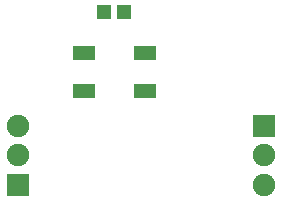
<source format=gbr>
G04 EAGLE Gerber RS-274X export*
G75*
%MOMM*%
%FSLAX34Y34*%
%LPD*%
%INSoldermask Top*%
%IPPOS*%
%AMOC8*
5,1,8,0,0,1.08239X$1,22.5*%
G01*
%ADD10R,1.303200X1.203200*%
%ADD11R,1.912800X1.912800*%
%ADD12C,1.912800*%
%ADD13R,1.854200X1.203200*%


D10*
X169300Y228600D03*
X186300Y228600D03*
D11*
X96266Y82042D03*
D12*
X96266Y107042D03*
X96266Y132042D03*
D11*
X304546Y132080D03*
D12*
X304546Y107080D03*
X304546Y82080D03*
D13*
X203570Y161800D03*
X152030Y161800D03*
X152030Y193800D03*
X203570Y193800D03*
M02*

</source>
